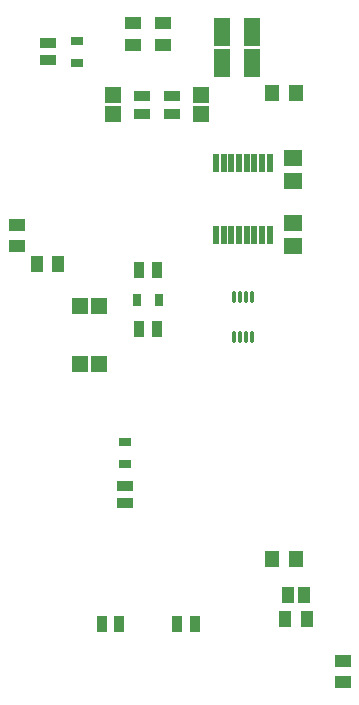
<source format=gbp>
G04*
G04 #@! TF.GenerationSoftware,Altium Limited,Altium Designer,21.0.9 (235)*
G04*
G04 Layer_Color=128*
%FSLAX25Y25*%
%MOIN*%
G70*
G04*
G04 #@! TF.SameCoordinates,E5CA4AE1-0186-4FD9-A07E-2EFFEE8FE40E*
G04*
G04*
G04 #@! TF.FilePolarity,Positive*
G04*
G01*
G75*
%ADD19R,0.05315X0.03937*%
%ADD20R,0.06102X0.05512*%
%ADD26R,0.05315X0.03740*%
%ADD29R,0.03740X0.05315*%
%ADD32R,0.03937X0.05315*%
%ADD71R,0.04724X0.05709*%
%ADD72R,0.04331X0.05315*%
%ADD73R,0.04134X0.03150*%
%ADD74R,0.05315X0.05709*%
%ADD75R,0.03150X0.04134*%
G04:AMPARAMS|DCode=76|XSize=17.72mil|YSize=62.99mil|CornerRadius=1.95mil|HoleSize=0mil|Usage=FLASHONLY|Rotation=180.000|XOffset=0mil|YOffset=0mil|HoleType=Round|Shape=RoundedRectangle|*
%AMROUNDEDRECTD76*
21,1,0.01772,0.05909,0,0,180.0*
21,1,0.01382,0.06299,0,0,180.0*
1,1,0.00390,-0.00691,0.02955*
1,1,0.00390,0.00691,0.02955*
1,1,0.00390,0.00691,-0.02955*
1,1,0.00390,-0.00691,-0.02955*
%
%ADD76ROUNDEDRECTD76*%
G04:AMPARAMS|DCode=77|XSize=11.81mil|YSize=39.37mil|CornerRadius=1.95mil|HoleSize=0mil|Usage=FLASHONLY|Rotation=0.000|XOffset=0mil|YOffset=0mil|HoleType=Round|Shape=RoundedRectangle|*
%AMROUNDEDRECTD77*
21,1,0.01181,0.03547,0,0,0.0*
21,1,0.00791,0.03937,0,0,0.0*
1,1,0.00390,0.00396,-0.01774*
1,1,0.00390,-0.00396,-0.01774*
1,1,0.00390,-0.00396,0.01774*
1,1,0.00390,0.00396,0.01774*
%
%ADD77ROUNDEDRECTD77*%
%ADD78R,0.05709X0.05315*%
%ADD79R,0.05315X0.03740*%
%ADD80R,0.05315X0.09252*%
%ADD81R,0.05512X0.04134*%
D19*
X137795Y15354D02*
D03*
Y8268D02*
D03*
X28937Y160827D02*
D03*
Y153740D02*
D03*
D20*
X121063Y175394D02*
D03*
Y182874D02*
D03*
Y153740D02*
D03*
Y161221D02*
D03*
D26*
X64961Y67913D02*
D03*
Y73819D02*
D03*
X39370Y221457D02*
D03*
Y215551D02*
D03*
D29*
X63228Y27559D02*
D03*
X57323D02*
D03*
X82441D02*
D03*
X88346D02*
D03*
X75787Y125984D02*
D03*
X69882D02*
D03*
Y145669D02*
D03*
X75787D02*
D03*
D32*
X118504Y29528D02*
D03*
X125591D02*
D03*
X35827Y147638D02*
D03*
X42913D02*
D03*
D71*
X114173Y49213D02*
D03*
X122047D02*
D03*
X114173Y204724D02*
D03*
X122047D02*
D03*
D72*
X124803Y37402D02*
D03*
X119291D02*
D03*
D73*
X64961Y81004D02*
D03*
Y88287D02*
D03*
X49213Y222146D02*
D03*
Y214862D02*
D03*
D74*
X56299Y133622D02*
D03*
X50000D02*
D03*
X56299Y114409D02*
D03*
X50000D02*
D03*
D75*
X69193Y135827D02*
D03*
X76476D02*
D03*
D76*
X113287Y157283D02*
D03*
X110728D02*
D03*
X108169D02*
D03*
X105610D02*
D03*
X103051D02*
D03*
X100492D02*
D03*
X97933D02*
D03*
X95374D02*
D03*
X113287Y181299D02*
D03*
X110728D02*
D03*
X108169D02*
D03*
X105610D02*
D03*
X103051D02*
D03*
X100492D02*
D03*
X97933D02*
D03*
X95374D02*
D03*
D77*
X107283Y123228D02*
D03*
X105315D02*
D03*
X103347D02*
D03*
X101378D02*
D03*
X107283Y136614D02*
D03*
X105315D02*
D03*
X103347D02*
D03*
X101378D02*
D03*
D78*
X61024Y204035D02*
D03*
Y197539D02*
D03*
X90551Y204035D02*
D03*
Y197539D02*
D03*
D79*
X80709Y203839D02*
D03*
Y197736D02*
D03*
X70866D02*
D03*
Y203839D02*
D03*
D80*
X97441Y225098D02*
D03*
Y214665D02*
D03*
X107283Y225098D02*
D03*
Y214665D02*
D03*
D81*
X77854Y228150D02*
D03*
Y220669D02*
D03*
X67815Y228150D02*
D03*
Y220669D02*
D03*
M02*

</source>
